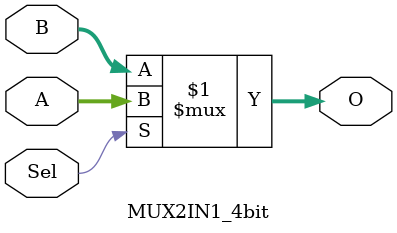
<source format=v>
`timescale 1ns / 1ps


module MUX2IN1_4bit(
       input [3:0] A,
       input [3:0] B,
       input Sel,
       output [3:0] O
    );
assign O = Sel ? A : B;
endmodule

</source>
